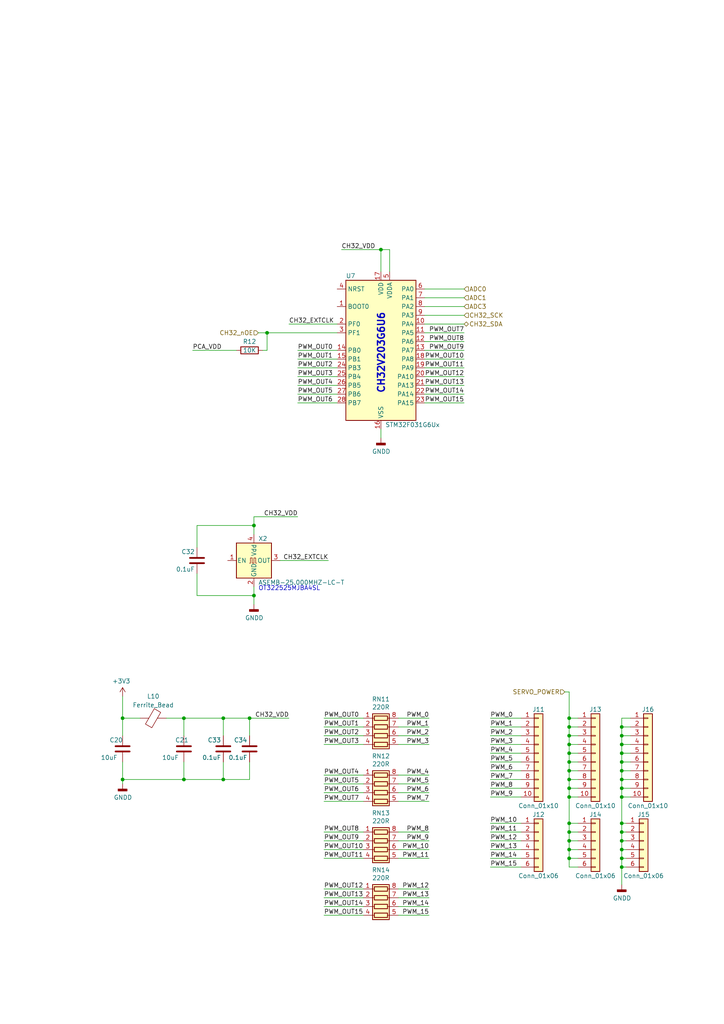
<source format=kicad_sch>
(kicad_sch (version 20230121) (generator eeschema)
  (paper "A4" portrait)
  (title_block (title "RasPi Zero NAV Hat") (date "2023-05-12") (rev "0.1") (company "chipiki.ru") (comment 1 "RasPi Zero NAV Hat") (comment 2 "Denis Tsekh"))
  (lib_symbols
    (symbol "Connector_Generic:Conn_01x06" (pin_names (offset 1.016) hide)
      (property "Reference" "J" (at 0 7.62 0))
      (property "Value" "Conn_01x06" (at 0 -10.16 0))
      (symbol "Conn_01x06_1_1"
        (rectangle (start -1.27 -7.493) (end 0 -7.747) (stroke (width 0.1524)))
        (rectangle (start -1.27 -4.953) (end 0 -5.207) (stroke (width 0.1524)))
        (rectangle (start -1.27 -2.413) (end 0 -2.667) (stroke (width 0.1524)))
        (rectangle (start -1.27 0.127) (end 0 -0.127) (stroke (width 0.1524)))
        (rectangle (start -1.27 2.667) (end 0 2.413) (stroke (width 0.1524)))
        (rectangle (start -1.27 5.207) (end 0 4.953) (stroke (width 0.1524)))
        (rectangle (start -1.27 6.35) (end 1.27 -8.89) (stroke (width 0.254)) (fill (type background)))
        (pin passive line (at -5.08 5.08 0) (length 3.81) (name "Pin_1") (number "1"))
        (pin passive line (at -5.08 2.54 0) (length 3.81) (name "Pin_2") (number "2"))
        (pin passive line (at -5.08 0 0) (length 3.81) (name "Pin_3") (number "3"))
        (pin passive line (at -5.08 -2.54 0) (length 3.81) (name "Pin_4") (number "4"))
        (pin passive line (at -5.08 -5.08 0) (length 3.81) (name "Pin_5") (number "5"))
        (pin passive line (at -5.08 -7.62 0) (length 3.81) (name "Pin_6") (number "6"))
      )
    )
    (symbol "Connector_Generic:Conn_01x10" (pin_names (offset 1.016) hide)
      (property "Reference" "J" (at 0 12.7 0))
      (property "Value" "Conn_01x10" (at 0 -15.24 0))
      (symbol "Conn_01x10_1_1"
        (rectangle (start -1.27 -12.573) (end 0 -12.827) (stroke (width 0.1524)))
        (rectangle (start -1.27 -10.033) (end 0 -10.287) (stroke (width 0.1524)))
        (rectangle (start -1.27 -7.493) (end 0 -7.747) (stroke (width 0.1524)))
        (rectangle (start -1.27 -4.953) (end 0 -5.207) (stroke (width 0.1524)))
        (rectangle (start -1.27 -2.413) (end 0 -2.667) (stroke (width 0.1524)))
        (rectangle (start -1.27 0.127) (end 0 -0.127) (stroke (width 0.1524)))
        (rectangle (start -1.27 2.667) (end 0 2.413) (stroke (width 0.1524)))
        (rectangle (start -1.27 5.207) (end 0 4.953) (stroke (width 0.1524)))
        (rectangle (start -1.27 7.747) (end 0 7.493) (stroke (width 0.1524)))
        (rectangle (start -1.27 10.287) (end 0 10.033) (stroke (width 0.1524)))
        (rectangle (start -1.27 11.43) (end 1.27 -13.97) (stroke (width 0.254)) (fill (type background)))
        (pin passive line (at -5.08 10.16 0) (length 3.81) (name "Pin_1") (number "1"))
        (pin passive line (at -5.08 -12.7 0) (length 3.81) (name "Pin_10") (number "10"))
        (pin passive line (at -5.08 7.62 0) (length 3.81) (name "Pin_2") (number "2"))
        (pin passive line (at -5.08 5.08 0) (length 3.81) (name "Pin_3") (number "3"))
        (pin passive line (at -5.08 2.54 0) (length 3.81) (name "Pin_4") (number "4"))
        (pin passive line (at -5.08 0 0) (length 3.81) (name "Pin_5") (number "5"))
        (pin passive line (at -5.08 -2.54 0) (length 3.81) (name "Pin_6") (number "6"))
        (pin passive line (at -5.08 -5.08 0) (length 3.81) (name "Pin_7") (number "7"))
        (pin passive line (at -5.08 -7.62 0) (length 3.81) (name "Pin_8") (number "8"))
        (pin passive line (at -5.08 -10.16 0) (length 3.81) (name "Pin_9") (number "9"))
      )
    )
    (symbol "Device:C" (pin_numbers hide) (pin_names (offset 0.254))
      (property "Reference" "C" (at 0.635 2.54 0))
      (property "Value" "C" (at 0.635 -2.54 0))
      (symbol "C_0_1"
        (polyline (pts (xy -2.032 -0.762) (xy 2.032 -0.762)) (stroke (width 0.508)))
        (polyline (pts (xy -2.032 0.762) (xy 2.032 0.762)) (stroke (width 0.508)))
      )
      (symbol "C_1_1"
        (pin passive line (at 0 3.81 270) (length 2.794) (name "~") (number "1"))
        (pin passive line (at 0 -3.81 90) (length 2.794) (name "~") (number "2"))
      )
    )
    (symbol "Device:FerriteBead" (pin_numbers hide) (pin_names (offset 0))
      (property "Reference" "FB" (at -3.81 0.635 90))
      (property "Value" "FerriteBead" (at 3.81 0 90))
      (symbol "FerriteBead_0_1"
        (polyline (pts (xy 0 -1.27) (xy 0 -1.2192)))
        (polyline (pts (xy 0 1.27) (xy 0 1.2954)))
        (polyline (pts (xy -2.7686 0.4064) (xy -1.7018 2.2606) (xy 2.7686 -0.3048) (xy 1.6764 -2.159) (xy -2.7686 0.4064)))
      )
      (symbol "FerriteBead_1_1"
        (pin passive line (at 0 3.81 270) (length 2.54) (name "~") (number "1"))
        (pin passive line (at 0 -3.81 90) (length 2.54) (name "~") (number "2"))
      )
    )
    (symbol "Device:R" (pin_numbers hide) (pin_names (offset 0))
      (property "Reference" "R" (at 2.032 0 90))
      (property "Value" "R" (at 0 0 90))
      (symbol "R_0_1"
        (rectangle (start -1.016 -2.54) (end 1.016 2.54) (stroke (width 0.254)))
      )
      (symbol "R_1_1"
        (pin passive line (at 0 3.81 270) (length 1.27) (name "~") (number "1"))
        (pin passive line (at 0 -3.81 90) (length 1.27) (name "~") (number "2"))
      )
    )
    (symbol "Device:R_Pack04" (pin_names (offset 0) hide)
      (property "Reference" "RN" (at -7.62 0 90))
      (property "Value" "R_Pack04" (at 5.08 0 90))
      (symbol "R_Pack04_0_1"
        (rectangle (start -6.35 -2.413) (end 3.81 2.413) (stroke (width 0.254)) (fill (type background)))
        (rectangle (start -5.715 1.905) (end -4.445 -1.905) (stroke (width 0.254)))
        (rectangle (start -3.175 1.905) (end -1.905 -1.905) (stroke (width 0.254)))
        (rectangle (start -0.635 1.905) (end 0.635 -1.905) (stroke (width 0.254)))
        (polyline (pts (xy -5.08 -2.54) (xy -5.08 -1.905)))
        (polyline (pts (xy -5.08 1.905) (xy -5.08 2.54)))
        (polyline (pts (xy -2.54 -2.54) (xy -2.54 -1.905)))
        (polyline (pts (xy -2.54 1.905) (xy -2.54 2.54)))
        (polyline (pts (xy 0 -2.54) (xy 0 -1.905)))
        (polyline (pts (xy 0 1.905) (xy 0 2.54)))
        (polyline (pts (xy 2.54 -2.54) (xy 2.54 -1.905)))
        (polyline (pts (xy 2.54 1.905) (xy 2.54 2.54)))
        (rectangle (start 1.905 1.905) (end 3.175 -1.905) (stroke (width 0.254)))
      )
      (symbol "R_Pack04_1_1"
        (pin passive line (at -5.08 -5.08 90) (length 2.54) (name "R1.1") (number "1"))
        (pin passive line (at -2.54 -5.08 90) (length 2.54) (name "R2.1") (number "2"))
        (pin passive line (at 0 -5.08 90) (length 2.54) (name "R3.1") (number "3"))
        (pin passive line (at 2.54 -5.08 90) (length 2.54) (name "R4.1") (number "4"))
        (pin passive line (at 2.54 5.08 270) (length 2.54) (name "R4.2") (number "5"))
        (pin passive line (at 0 5.08 270) (length 2.54) (name "R3.2") (number "6"))
        (pin passive line (at -2.54 5.08 270) (length 2.54) (name "R2.2") (number "7"))
        (pin passive line (at -5.08 5.08 270) (length 2.54) (name "R1.2") (number "8"))
      )
    )
    (symbol "MCU_ST_STM32F0:STM32F031G6Ux"
      (property "Reference" "U" (at -10.16 21.59 0))
      (property "Value" "STM32F031G6Ux" (at 5.08 21.59 0))
      (symbol "STM32F031G6Ux_0_1"
        (rectangle (start -10.16 -20.32) (end 10.16 20.32) (stroke (width 0.254)) (fill (type background)))
      )
      (symbol "STM32F031G6Ux_1_1"
        (pin input line (at -12.7 12.7 0) (length 2.54) (name "BOOT0") (number "1"))
        (pin bidirectional line (at 12.7 7.62 180) (length 2.54) (name "PA4") (number "10"))
        (pin bidirectional line (at 12.7 5.08 180) (length 2.54) (name "PA5") (number "11"))
        (pin bidirectional line (at 12.7 2.54 180) (length 2.54) (name "PA6") (number "12"))
        (pin bidirectional line (at 12.7 0 180) (length 2.54) (name "PA7") (number "13"))
        (pin bidirectional line (at -12.7 0 0) (length 2.54) (name "PB0") (number "14"))
        (pin bidirectional line (at -12.7 -2.54 0) (length 2.54) (name "PB1") (number "15"))
        (pin power_in line (at 0 -22.86 90) (length 2.54) (name "VSS") (number "16"))
        (pin power_in line (at 0 22.86 270) (length 2.54) (name "VDD") (number "17"))
        (pin bidirectional line (at 12.7 -2.54 180) (length 2.54) (name "PA8") (number "18"))
        (pin bidirectional line (at 12.7 -5.08 180) (length 2.54) (name "PA9") (number "19"))
        (pin bidirectional line (at -12.7 7.62 0) (length 2.54) (name "PF0") (number "2"))
        (pin bidirectional line (at 12.7 -7.62 180) (length 2.54) (name "PA10") (number "20"))
        (pin bidirectional line (at 12.7 -10.16 180) (length 2.54) (name "PA13") (number "21"))
        (pin bidirectional line (at 12.7 -12.7 180) (length 2.54) (name "PA14") (number "22"))
        (pin bidirectional line (at 12.7 -15.24 180) (length 2.54) (name "PA15") (number "23"))
        (pin bidirectional line (at -12.7 -5.08 0) (length 2.54) (name "PB3") (number "24"))
        (pin bidirectional line (at -12.7 -7.62 0) (length 2.54) (name "PB4") (number "25"))
        (pin bidirectional line (at -12.7 -10.16 0) (length 2.54) (name "PB5") (number "26"))
        (pin bidirectional line (at -12.7 -12.7 0) (length 2.54) (name "PB6") (number "27"))
        (pin bidirectional line (at -12.7 -15.24 0) (length 2.54) (name "PB7") (number "28"))
        (pin bidirectional line (at -12.7 5.08 0) (length 2.54) (name "PF1") (number "3"))
        (pin input line (at -12.7 17.78 0) (length 2.54) (name "NRST") (number "4"))
        (pin power_in line (at 2.54 22.86 270) (length 2.54) (name "VDDA") (number "5"))
        (pin bidirectional line (at 12.7 17.78 180) (length 2.54) (name "PA0") (number "6"))
        (pin bidirectional line (at 12.7 15.24 180) (length 2.54) (name "PA1") (number "7"))
        (pin bidirectional line (at 12.7 12.7 180) (length 2.54) (name "PA2") (number "8"))
        (pin bidirectional line (at 12.7 10.16 180) (length 2.54) (name "PA3") (number "9"))
      )
    )
    (symbol "Oscillator:ASE-xxxMHz" (pin_names (offset 0.254))
      (property "Reference" "X" (at -5.08 6.35 0))
      (property "Value" "ASE-xxxMHz" (at 1.27 -6.35 0))
      (symbol "ASE-xxxMHz_0_1"
        (rectangle (start -5.08 5.08) (end 5.08 -5.08) (stroke (width 0.254)) (fill (type background)))
        (polyline (pts (xy -1.27 -0.762) (xy -1.016 -0.762) (xy -1.016 0.762) (xy -0.508 0.762) (xy -0.508 -0.762) (xy 0 -0.762) (xy 0 0.762) (xy 0.508 0.762) (xy 0.508 -0.762) (xy 0.762 -0.762)))
      )
      (symbol "ASE-xxxMHz_1_1"
        (pin input line (at -7.62 0 0) (length 2.54) (name "EN") (number "1"))
        (pin power_in line (at 0 -7.62 90) (length 2.54) (name "GND") (number "2"))
        (pin output line (at 7.62 0 180) (length 2.54) (name "OUT") (number "3"))
        (pin power_in line (at 0 7.62 270) (length 2.54) (name "Vdd") (number "4"))
      )
    )
    (symbol "power:GNDD" (power) (pin_names (offset 0))
      (property "Value" "GNDD" (at 0 -3.175 0))
      (symbol "GNDD_0_1"
        (rectangle (start -1.27 -1.524) (end 1.27 -2.032) (stroke (width 0.254)) (fill (type outline)))
        (polyline (pts (xy 0 0) (xy 0 -1.524)))
      )
      (symbol "GNDD_1_1"
        (pin power_in line (at 0 0 270) (length 0) hide (name "GNDD") (number "1"))
      )
    )
    (symbol "rbpi-z-hat-rescue:+3.3V-power" (power) (pin_names (offset 0))
      (property "Value" "+3.3V-power" (at 0 3.556 0))
      (symbol "+3.3V-power_0_1"
        (polyline (pts (xy -0.762 1.27) (xy 0 2.54)))
        (polyline (pts (xy 0 0) (xy 0 2.54)))
        (polyline (pts (xy 0 2.54) (xy 0.762 1.27)))
      )
      (symbol "+3.3V-power_1_1"
        (pin power_in line (at 0 0 90) (length 0) hide (name "+3V3") (number "1"))
      )
    )
  )
  (junction (at 35.56 208.28))
  (junction (at 180.34 210.82))
  (junction (at 165.1 241.3))
  (junction (at 35.56 226.06))
  (junction (at 64.77 226.06))
  (junction (at 180.34 246.38))
  (junction (at 165.1 231.14))
  (junction (at 180.34 226.06))
  (junction (at 73.66 152.4))
  (junction (at 165.1 215.9))
  (junction (at 180.34 215.9))
  (junction (at 53.34 226.06))
  (junction (at 165.1 218.44))
  (junction (at 180.34 228.6))
  (junction (at 180.34 248.92))
  (junction (at 180.34 243.84))
  (junction (at 180.34 238.76))
  (junction (at 165.1 248.92))
  (junction (at 77.47 96.52))
  (junction (at 165.1 220.98))
  (junction (at 165.1 228.6))
  (junction (at 72.39 208.28))
  (junction (at 165.1 223.52))
  (junction (at 64.77 208.28))
  (junction (at 165.1 208.28))
  (junction (at 180.34 251.46))
  (junction (at 180.34 218.44))
  (junction (at 165.1 226.06))
  (junction (at 53.34 208.28))
  (junction (at 165.1 213.36))
  (junction (at 165.1 210.82))
  (junction (at 180.34 220.98))
  (junction (at 165.1 246.38))
  (junction (at 110.49 72.39))
  (junction (at 180.34 241.3))
  (junction (at 73.66 172.72))
  (junction (at 180.34 223.52))
  (junction (at 180.34 231.14))
  (junction (at 180.34 213.36))
  (junction (at 165.1 238.76))
  (junction (at 165.1 243.84))
  (wire (pts (xy 123.19 88.9) (xy 134.62 88.9)))
  (wire (pts (xy 57.15 152.4) (xy 73.66 152.4)))
  (wire (pts (xy 97.79 101.6) (xy 86.36 101.6)))
  (wire (pts (xy 123.19 106.68) (xy 134.62 106.68)))
  (wire (pts (xy 180.34 208.28) (xy 180.34 210.82)))
  (wire (pts (xy 97.79 116.84) (xy 86.36 116.84)))
  (wire (pts (xy 57.15 166.37) (xy 57.15 172.72)))
  (wire (pts (xy 167.64 228.6) (xy 165.1 228.6)))
  (wire (pts (xy 165.1 241.3) (xy 165.1 238.76)))
  (wire (pts (xy 180.34 243.84) (xy 180.34 246.38)))
  (wire (pts (xy 115.57 232.41) (xy 124.46 232.41)))
  (wire (pts (xy 97.79 104.14) (xy 86.36 104.14)))
  (wire (pts (xy 165.1 243.84) (xy 165.1 241.3)))
  (wire (pts (xy 180.34 246.38) (xy 180.34 248.92)))
  (wire (pts (xy 64.77 226.06) (xy 53.34 226.06)))
  (wire (pts (xy 182.88 215.9) (xy 180.34 215.9)))
  (wire (pts (xy 105.41 241.3) (xy 93.98 241.3)))
  (wire (pts (xy 77.47 101.6) (xy 77.47 96.52)))
  (wire (pts (xy 113.03 78.74) (xy 113.03 72.39)))
  (wire (pts (xy 167.64 238.76) (xy 165.1 238.76)))
  (wire (pts (xy 115.57 210.82) (xy 124.46 210.82)))
  (wire (pts (xy 151.13 248.92) (xy 142.24 248.92)))
  (wire (pts (xy 180.34 226.06) (xy 180.34 228.6)))
  (wire (pts (xy 48.26 208.28) (xy 53.34 208.28)))
  (wire (pts (xy 123.19 91.44) (xy 134.62 91.44)))
  (wire (pts (xy 105.41 229.87) (xy 93.98 229.87)))
  (wire (pts (xy 182.88 210.82) (xy 180.34 210.82)))
  (wire (pts (xy 167.64 210.82) (xy 165.1 210.82)))
  (wire (pts (xy 73.66 172.72) (xy 73.66 170.18)))
  (wire (pts (xy 97.79 109.22) (xy 86.36 109.22)))
  (wire (pts (xy 167.64 248.92) (xy 165.1 248.92)))
  (wire (pts (xy 53.34 226.06) (xy 53.34 220.98)))
  (wire (pts (xy 115.57 213.36) (xy 124.46 213.36)))
  (wire (pts (xy 167.64 243.84) (xy 165.1 243.84)))
  (wire (pts (xy 57.15 158.75) (xy 57.15 152.4)))
  (wire (pts (xy 182.88 226.06) (xy 180.34 226.06)))
  (wire (pts (xy 165.1 238.76) (xy 165.1 231.14)))
  (wire (pts (xy 180.34 215.9) (xy 180.34 218.44)))
  (wire (pts (xy 151.13 228.6) (xy 142.24 228.6)))
  (wire (pts (xy 115.57 246.38) (xy 124.46 246.38)))
  (wire (pts (xy 167.64 220.98) (xy 165.1 220.98)))
  (wire (pts (xy 151.13 226.06) (xy 142.24 226.06)))
  (wire (pts (xy 180.34 231.14) (xy 180.34 238.76)))
  (wire (pts (xy 81.28 162.56) (xy 95.25 162.56)))
  (wire (pts (xy 72.39 226.06) (xy 72.39 220.98)))
  (wire (pts (xy 105.41 232.41) (xy 93.98 232.41)))
  (wire (pts (xy 165.1 213.36) (xy 165.1 210.82)))
  (wire (pts (xy 113.03 72.39) (xy 110.49 72.39)))
  (wire (pts (xy 64.77 226.06) (xy 64.77 220.98)))
  (wire (pts (xy 105.41 224.79) (xy 93.98 224.79)))
  (wire (pts (xy 115.57 265.43) (xy 124.46 265.43)))
  (wire (pts (xy 123.19 114.3) (xy 134.62 114.3)))
  (wire (pts (xy 123.19 111.76) (xy 134.62 111.76)))
  (wire (pts (xy 182.88 208.28) (xy 180.34 208.28)))
  (wire (pts (xy 182.88 213.36) (xy 180.34 213.36)))
  (wire (pts (xy 105.41 213.36) (xy 93.98 213.36)))
  (wire (pts (xy 165.1 248.92) (xy 165.1 246.38)))
  (wire (pts (xy 115.57 241.3) (xy 124.46 241.3)))
  (wire (pts (xy 123.19 93.98) (xy 134.62 93.98)))
  (wire (pts (xy 181.61 246.38) (xy 180.34 246.38)))
  (wire (pts (xy 110.49 124.46) (xy 110.49 127)))
  (wire (pts (xy 181.61 241.3) (xy 180.34 241.3)))
  (wire (pts (xy 105.41 243.84) (xy 93.98 243.84)))
  (wire (pts (xy 115.57 215.9) (xy 124.46 215.9)))
  (wire (pts (xy 180.34 223.52) (xy 180.34 226.06)))
  (wire (pts (xy 151.13 238.76) (xy 142.24 238.76)))
  (wire (pts (xy 182.88 231.14) (xy 180.34 231.14)))
  (wire (pts (xy 180.34 238.76) (xy 181.61 238.76)))
  (wire (pts (xy 151.13 218.44) (xy 142.24 218.44)))
  (wire (pts (xy 167.64 215.9) (xy 165.1 215.9)))
  (wire (pts (xy 123.19 99.06) (xy 134.62 99.06)))
  (wire (pts (xy 55.88 101.6) (xy 68.58 101.6)))
  (wire (pts (xy 165.1 223.52) (xy 165.1 220.98)))
  (wire (pts (xy 123.19 86.36) (xy 134.62 86.36)))
  (wire (pts (xy 53.34 208.28) (xy 53.34 213.36)))
  (wire (pts (xy 115.57 248.92) (xy 124.46 248.92)))
  (wire (pts (xy 105.41 210.82) (xy 93.98 210.82)))
  (wire (pts (xy 115.57 257.81) (xy 124.46 257.81)))
  (wire (pts (xy 97.79 114.3) (xy 86.36 114.3)))
  (wire (pts (xy 180.34 251.46) (xy 180.34 256.54)))
  (wire (pts (xy 151.13 251.46) (xy 142.24 251.46)))
  (wire (pts (xy 151.13 210.82) (xy 142.24 210.82)))
  (wire (pts (xy 115.57 208.28) (xy 124.46 208.28)))
  (wire (pts (xy 181.61 251.46) (xy 180.34 251.46)))
  (wire (pts (xy 77.47 96.52) (xy 74.93 96.52)))
  (wire (pts (xy 115.57 229.87) (xy 124.46 229.87)))
  (wire (pts (xy 151.13 231.14) (xy 142.24 231.14)))
  (wire (pts (xy 105.41 248.92) (xy 93.98 248.92)))
  (wire (pts (xy 165.1 220.98) (xy 165.1 218.44)))
  (wire (pts (xy 123.19 116.84) (xy 134.62 116.84)))
  (wire (pts (xy 151.13 220.98) (xy 142.24 220.98)))
  (wire (pts (xy 105.41 215.9) (xy 93.98 215.9)))
  (wire (pts (xy 165.1 218.44) (xy 165.1 215.9)))
  (wire (pts (xy 165.1 251.46) (xy 165.1 248.92)))
  (wire (pts (xy 167.64 231.14) (xy 165.1 231.14)))
  (wire (pts (xy 180.34 218.44) (xy 180.34 220.98)))
  (wire (pts (xy 105.41 208.28) (xy 93.98 208.28)))
  (wire (pts (xy 151.13 208.28) (xy 142.24 208.28)))
  (wire (pts (xy 165.1 208.28) (xy 165.1 200.66)))
  (wire (pts (xy 77.47 101.6) (xy 76.2 101.6)))
  (wire (pts (xy 73.66 172.72) (xy 73.66 175.26)))
  (wire (pts (xy 165.1 200.66) (xy 163.83 200.66)))
  (wire (pts (xy 73.66 149.86) (xy 73.66 152.4)))
  (wire (pts (xy 123.19 101.6) (xy 134.62 101.6)))
  (wire (pts (xy 180.34 228.6) (xy 180.34 231.14)))
  (wire (pts (xy 64.77 226.06) (xy 72.39 226.06)))
  (wire (pts (xy 167.64 251.46) (xy 165.1 251.46)))
  (wire (pts (xy 182.88 228.6) (xy 180.34 228.6)))
  (wire (pts (xy 115.57 224.79) (xy 124.46 224.79)))
  (wire (pts (xy 167.64 246.38) (xy 165.1 246.38)))
  (wire (pts (xy 165.1 210.82) (xy 165.1 208.28)))
  (wire (pts (xy 180.34 248.92) (xy 180.34 251.46)))
  (wire (pts (xy 123.19 83.82) (xy 134.62 83.82)))
  (wire (pts (xy 167.64 213.36) (xy 165.1 213.36)))
  (wire (pts (xy 64.77 208.28) (xy 64.77 213.36)))
  (wire (pts (xy 35.56 220.98) (xy 35.56 226.06)))
  (wire (pts (xy 167.64 226.06) (xy 165.1 226.06)))
  (wire (pts (xy 77.47 96.52) (xy 97.79 96.52)))
  (wire (pts (xy 181.61 248.92) (xy 180.34 248.92)))
  (wire (pts (xy 165.1 215.9) (xy 165.1 213.36)))
  (wire (pts (xy 97.79 93.98) (xy 83.82 93.98)))
  (wire (pts (xy 97.79 111.76) (xy 86.36 111.76)))
  (wire (pts (xy 151.13 223.52) (xy 142.24 223.52)))
  (wire (pts (xy 180.34 241.3) (xy 180.34 243.84)))
  (wire (pts (xy 64.77 208.28) (xy 53.34 208.28)))
  (wire (pts (xy 151.13 241.3) (xy 142.24 241.3)))
  (wire (pts (xy 110.49 72.39) (xy 110.49 78.74)))
  (wire (pts (xy 167.64 208.28) (xy 165.1 208.28)))
  (wire (pts (xy 180.34 210.82) (xy 180.34 213.36)))
  (wire (pts (xy 57.15 172.72) (xy 73.66 172.72)))
  (wire (pts (xy 167.64 223.52) (xy 165.1 223.52)))
  (wire (pts (xy 105.41 262.89) (xy 93.98 262.89)))
  (wire (pts (xy 123.19 96.52) (xy 134.62 96.52)))
  (wire (pts (xy 151.13 246.38) (xy 142.24 246.38)))
  (wire (pts (xy 105.41 260.35) (xy 93.98 260.35)))
  (wire (pts (xy 72.39 208.28) (xy 64.77 208.28)))
  (wire (pts (xy 182.88 218.44) (xy 180.34 218.44)))
  (wire (pts (xy 182.88 223.52) (xy 180.34 223.52)))
  (wire (pts (xy 105.41 265.43) (xy 93.98 265.43)))
  (wire (pts (xy 180.34 220.98) (xy 180.34 223.52)))
  (wire (pts (xy 181.61 243.84) (xy 180.34 243.84)))
  (wire (pts (xy 115.57 262.89) (xy 124.46 262.89)))
  (wire (pts (xy 97.79 106.68) (xy 86.36 106.68)))
  (wire (pts (xy 165.1 246.38) (xy 165.1 243.84)))
  (wire (pts (xy 35.56 226.06) (xy 35.56 227.33)))
  (wire (pts (xy 180.34 238.76) (xy 180.34 241.3)))
  (wire (pts (xy 182.88 220.98) (xy 180.34 220.98)))
  (wire (pts (xy 151.13 243.84) (xy 142.24 243.84)))
  (wire (pts (xy 115.57 243.84) (xy 124.46 243.84)))
  (wire (pts (xy 72.39 208.28) (xy 83.82 208.28)))
  (wire (pts (xy 105.41 246.38) (xy 93.98 246.38)))
  (wire (pts (xy 72.39 208.28) (xy 72.39 213.36)))
  (wire (pts (xy 35.56 208.28) (xy 35.56 213.36)))
  (wire (pts (xy 165.1 226.06) (xy 165.1 223.52)))
  (wire (pts (xy 151.13 215.9) (xy 142.24 215.9)))
  (wire (pts (xy 165.1 231.14) (xy 165.1 228.6)))
  (wire (pts (xy 110.49 72.39) (xy 99.06 72.39)))
  (wire (pts (xy 123.19 104.14) (xy 134.62 104.14)))
  (wire (pts (xy 105.41 227.33) (xy 93.98 227.33)))
  (wire (pts (xy 53.34 226.06) (xy 35.56 226.06)))
  (wire (pts (xy 151.13 213.36) (xy 142.24 213.36)))
  (wire (pts (xy 167.64 218.44) (xy 165.1 218.44)))
  (wire (pts (xy 40.64 208.28) (xy 35.56 208.28)))
  (wire (pts (xy 105.41 257.81) (xy 93.98 257.81)))
  (wire (pts (xy 123.19 109.22) (xy 134.62 109.22)))
  (wire (pts (xy 167.64 241.3) (xy 165.1 241.3)))
  (wire (pts (xy 86.36 149.86) (xy 73.66 149.86)))
  (wire (pts (xy 35.56 201.93) (xy 35.56 208.28)))
  (wire (pts (xy 180.34 213.36) (xy 180.34 215.9)))
  (wire (pts (xy 115.57 227.33) (xy 124.46 227.33)))
  (wire (pts (xy 165.1 228.6) (xy 165.1 226.06)))
  (wire (pts (xy 73.66 152.4) (xy 73.66 154.94)))
  (wire (pts (xy 115.57 260.35) (xy 124.46 260.35)))
  (text "OT322525MJBA4SL" (at 74.93 171.45 0) (effects (font (size 1.27 1.27)) (justify left bottom)))
  (text "CH32V203G6U6" (at 111.76 114.3 90) (effects (font (size 2 2) (thickness 0.4) bold) (justify left bottom)))
  (label "PWM_3" (at 142.24 215.9 0))
  (label "PWM_8" (at 142.24 228.6 0))
  (label "CH32_EXTCLK" (at 95.25 162.56 180))
  (label "PWM_OUT2" (at 93.98 213.36 0))
  (label "PWM_5" (at 124.46 227.33 180))
  (label "PWM_10" (at 142.24 238.76 0))
  (label "PWM_14" (at 142.24 248.92 0))
  (label "PWM_OUT10" (at 93.98 246.38 0))
  (label "PWM_OUT1" (at 93.98 210.82 0))
  (label "PWM_OUT6" (at 86.36 116.84 0))
  (label "PWM_6" (at 124.46 229.87 180))
  (label "PWM_OUT4" (at 93.98 224.79 0))
  (label "PWM_13" (at 124.46 260.35 180))
  (label "PWM_1" (at 124.46 210.82 180))
  (label "CH32_EXTCLK" (at 83.82 93.98 0))
  (label "PWM_12" (at 142.24 243.84 0))
  (label "PWM_0" (at 142.24 208.28 0))
  (label "PWM_OUT0" (at 93.98 208.28 0))
  (label "PWM_OUT13" (at 93.98 260.35 0))
  (label "PWM_11" (at 124.46 248.92 180))
  (label "PWM_OUT15" (at 134.62 116.84 180))
  (label "PWM_OUT1" (at 86.36 104.14 0))
  (label "PWM_OUT11" (at 93.98 248.92 0))
  (label "PWM_OUT5" (at 86.36 114.3 0))
  (label "PWM_15" (at 124.46 265.43 180))
  (label "PWM_1" (at 142.24 210.82 0))
  (label "CH32_VDD" (at 99.06 72.39 0))
  (label "PWM_9" (at 124.46 243.84 180))
  (label "PWM_8" (at 124.46 241.3 180))
  (label "PWM_OUT9" (at 134.62 101.6 180))
  (label "PWM_15" (at 142.24 251.46 0))
  (label "PWM_4" (at 142.24 218.44 0))
  (label "PWM_OUT14" (at 93.98 262.89 0))
  (label "PWM_OUT7" (at 93.98 232.41 0))
  (label "PWM_3" (at 124.46 215.9 180))
  (label "PWM_OUT0" (at 86.36 101.6 0))
  (label "PWM_4" (at 124.46 224.79 180))
  (label "PWM_OUT13" (at 134.62 111.76 180))
  (label "PCA_VDD" (at 55.88 101.6 0))
  (label "PWM_OUT3" (at 93.98 215.9 0))
  (label "CH32_VDD" (at 83.82 208.28 180))
  (label "PWM_10" (at 124.46 246.38 180))
  (label "PWM_OUT12" (at 93.98 257.81 0))
  (label "PWM_OUT4" (at 86.36 111.76 0))
  (label "PWM_OUT12" (at 134.62 109.22 180))
  (label "PWM_OUT9" (at 93.98 243.84 0))
  (label "PWM_OUT11" (at 134.62 106.68 180))
  (label "PWM_5" (at 142.24 220.98 0))
  (label "PWM_6" (at 142.24 223.52 0))
  (label "PWM_7" (at 142.24 226.06 0))
  (label "PWM_7" (at 124.46 232.41 180))
  (label "PWM_OUT7" (at 134.62 96.52 180))
  (label "CH32_VDD" (at 86.36 149.86 180))
  (label "PWM_OUT6" (at 93.98 229.87 0))
  (label "PWM_OUT14" (at 134.62 114.3 180))
  (label "PWM_9" (at 142.24 231.14 0))
  (label "PWM_OUT5" (at 93.98 227.33 0))
  (label "PWM_2" (at 142.24 213.36 0))
  (label "PWM_11" (at 142.24 241.3 0))
  (label "PWM_OUT10" (at 134.62 104.14 180))
  (label "PWM_OUT8" (at 93.98 241.3 0))
  (label "PWM_OUT8" (at 134.62 99.06 180))
  (label "PWM_OUT2" (at 86.36 106.68 0))
  (label "PWM_2" (at 124.46 213.36 180))
  (label "PWM_0" (at 124.46 208.28 180))
  (label "PWM_14" (at 124.46 262.89 180))
  (label "PWM_OUT15" (at 93.98 265.43 0))
  (label "PWM_13" (at 142.24 246.38 0))
  (label "PWM_OUT3" (at 86.36 109.22 0))
  (label "PWM_12" (at 124.46 257.81 180))
  (hierarchical_label "CH32_SDA" (shape bidirectional) (at 134.62 93.98 0))
  (hierarchical_label "SERVO_POWER" (shape input) (at 163.83 200.66 180))
  (hierarchical_label "CH32_nOE" (shape input) (at 74.93 96.52 180))
  (hierarchical_label "ADC1" (shape input) (at 134.62 86.36 0))
  (hierarchical_label "ADC0" (shape input) (at 134.62 83.82 0))
  (hierarchical_label "ADC3" (shape input) (at 134.62 88.9 0))
  (hierarchical_label "CH32_SCK" (shape input) (at 134.62 91.44 0))
  (symbol (lib_id "Connector_Generic:Conn_01x10") (at 156.21 218.44 0) (unit 1)
    (property "Reference" "J11" (at 156.21 205.74 0))
    (property "Value" "Conn_01x10" (at 156.21 233.68 0))
    (property "Footprint" "Connector_PinHeader_2.54mm:PinHeader_1x10_P2.54mm_Vertical" (effects hide))
  )
  (symbol (lib_id "power:GNDD") (at 73.66 175.26 0) (unit 1)
    (property "Reference" "#PWR03" (effects hide))
    (property "Value" "GNDD" (at 73.7616 179.197 0))
  )
  (symbol (lib_id "Device:C") (at 53.34 217.17 0) (unit 1)
    (property "Reference" "C21" (at 50.8 214.63 0) (effects (justify left)))
    (property "Value" "10uF" (at 46.99 219.71 0) (effects (justify left)))
    (property "Footprint" "Capacitor_SMD:C_0805_2012Metric" (effects hide))
  )
  (symbol (lib_id "Device:R_Pack04") (at 110.49 262.89 270) (unit 1)
    (property "Reference" "RN14" (at 110.49 252.2982 90))
    (property "Value" "220R" (at 110.49 254.6096 90))
    (property "Footprint" "Resistor_SMD:R_Array_Concave_4x0603" (effects hide))
  )
  (symbol (lib_id "MCU_ST_STM32F0:STM32F031G6Ux") (at 110.49 101.6 0) (unit 1)
    (property "Reference" "U7" (at 100.33 80.01 0) (effects (justify left)))
    (property "Value" "STM32F031G6Ux" (at 111.76 123.19 0) (effects (justify left)))
    (property "Footprint" "Package_DFN_QFN:QFN-28-1EP_4x4mm_P0.4mm_EP2.6x2.6mm_ThermalVias" (effects hide))
    (property "Datasheet" "https://www.st.com/resource/en/datasheet/stm32f031g6.pdf" (effects hide))
  )
  (symbol (lib_id "Device:C") (at 35.56 217.17 0) (unit 1)
    (property "Reference" "C20" (at 31.75 214.63 0) (effects (justify left)))
    (property "Value" "10uF" (at 29.21 219.71 0) (effects (justify left)))
    (property "Footprint" "Capacitor_SMD:C_0805_2012Metric" (effects hide))
  )
  (symbol (lib_id "Device:R_Pack04") (at 110.49 213.36 270) (unit 1)
    (property "Reference" "RN11" (at 110.49 202.7682 90))
    (property "Value" "220R" (at 110.49 205.0796 90))
    (property "Footprint" "Resistor_SMD:R_Array_Concave_4x0603" (effects hide))
  )
  (symbol (lib_id "Device:R_Pack04") (at 110.49 246.38 270) (unit 1)
    (property "Reference" "RN13" (at 110.49 235.7882 90))
    (property "Value" "220R" (at 110.49 238.0996 90))
    (property "Footprint" "Resistor_SMD:R_Array_Concave_4x0603" (effects hide))
  )
  (symbol (lib_id "Connector_Generic:Conn_01x06") (at 156.21 243.84 0) (unit 1)
    (property "Reference" "J12" (at 156.21 236.22 0))
    (property "Value" "Conn_01x06" (at 156.21 254 0))
    (property "Footprint" "Connector_PinHeader_2.54mm:PinHeader_1x06_P2.54mm_Vertical" (effects hide))
  )
  (symbol (lib_id "Oscillator:ASE-xxxMHz") (at 73.66 162.56 0) (unit 1)
    (property "Reference" "X2" (at 74.93 156.21 0) (effects (justify left)))
    (property "Value" "ASEMB-25.000MHZ-LC-T" (at 74.93 168.91 0) (effects (justify left)))
    (property "Footprint" "Oscillator:Oscillator_SMD_Abracon_ASE-4Pin_3.2x2.5mm" (effects hide))
    (property "Datasheet" "http://www.abracon.com/Oscillators/ASV.pdf" (effects hide))
  )
  (symbol (lib_id "Device:C") (at 64.77 217.17 0) (mirror y) (unit 1)
    (property "Reference" "C33" (at 64.135 214.63 0) (effects (justify left)))
    (property "Value" "0.1uF" (at 64.135 219.71 0) (effects (justify left)))
    (property "Footprint" "Capacitor_SMD:C_0603_1608Metric" (effects hide))
  )
  (symbol (lib_id "Device:C") (at 72.39 217.17 0) (mirror y) (unit 1)
    (property "Reference" "C34" (at 71.755 214.63 0) (effects (justify left)))
    (property "Value" "0.1uF" (at 71.755 219.71 0) (effects (justify left)))
    (property "Footprint" "Capacitor_SMD:C_0603_1608Metric" (effects hide))
  )
  (symbol (lib_id "power:GNDD") (at 35.56 227.33 0) (unit 1)
    (property "Reference" "#PWR02" (effects hide))
    (property "Value" "GNDD" (at 35.6616 231.267 0))
  )
  (symbol (lib_id "power:GNDD") (at 110.49 127 0) (unit 1)
    (property "Reference" "#PWR04" (effects hide))
    (property "Value" "GNDD" (at 110.5916 130.937 0))
  )
  (symbol (lib_id "power:GNDD") (at 180.34 256.54 0) (unit 1)
    (property "Reference" "#PWR05" (effects hide))
    (property "Value" "GNDD" (at 180.4416 260.477 0))
  )
  (symbol (lib_id "Device:R") (at 72.39 101.6 90) (unit 1)
    (property "Reference" "R12" (at 72.39 99.06 90))
    (property "Value" "10K" (at 72.39 101.6 90))
    (property "Footprint" "Resistor_SMD:R_0603_1608Metric" (effects hide))
  )
  (symbol (lib_id "Connector_Generic:Conn_01x06") (at 186.69 243.84 0) (unit 1)
    (property "Reference" "J15" (at 186.69 236.22 0))
    (property "Value" "Conn_01x06" (at 186.69 254 0))
    (property "Footprint" "Connector_PinHeader_2.54mm:PinHeader_1x06_P2.54mm_Vertical" (effects hide))
  )
  (symbol (lib_id "rbpi-z-hat-rescue:+3.3V-power") (at 35.56 201.93 0) (mirror y) (unit 1)
    (property "Reference" "#PWR01" (effects hide))
    (property "Value" "+3.3V" (at 35.179 197.5358 0))
  )
  (symbol (lib_id "Connector_Generic:Conn_01x10") (at 172.72 218.44 0) (unit 1)
    (property "Reference" "J13" (at 172.72 205.74 0))
    (property "Value" "Conn_01x10" (at 172.72 233.68 0))
    (property "Footprint" "Connector_PinHeader_2.54mm:PinHeader_1x10_P2.54mm_Vertical" (effects hide))
  )
  (symbol (lib_id "Device:FerriteBead") (at 44.45 208.28 90) (unit 1)
    (property "Reference" "L10" (at 44.45 201.93 90))
    (property "Value" "Ferrite_Bead" (at 44.45 204.47 90))
    (property "Footprint" "Inductor_SMD:L_0805_2012Metric" (effects hide))
  )
  (symbol (lib_id "Device:R_Pack04") (at 110.49 229.87 270) (unit 1)
    (property "Reference" "RN12" (at 110.49 219.2782 90))
    (property "Value" "220R" (at 110.49 221.5896 90))
    (property "Footprint" "Resistor_SMD:R_Array_Concave_4x0603" (effects hide))
  )
  (symbol (lib_id "Device:C") (at 57.15 162.56 0) (mirror y) (unit 1)
    (property "Reference" "C32" (at 56.515 160.02 0) (effects (justify left)))
    (property "Value" "0.1uF" (at 56.515 165.1 0) (effects (justify left)))
    (property "Footprint" "Capacitor_SMD:C_0603_1608Metric" (effects hide))
  )
  (symbol (lib_id "Connector_Generic:Conn_01x06") (at 172.72 243.84 0) (unit 1)
    (property "Reference" "J14" (at 172.72 236.22 0))
    (property "Value" "Conn_01x06" (at 172.72 254 0))
    (property "Footprint" "Connector_PinHeader_2.54mm:PinHeader_1x06_P2.54mm_Vertical" (effects hide))
  )
  (symbol (lib_id "Connector_Generic:Conn_01x10") (at 187.96 218.44 0) (unit 1)
    (property "Reference" "J16" (at 187.96 205.74 0))
    (property "Value" "Conn_01x10" (at 187.96 233.68 0))
    (property "Footprint" "Connector_PinHeader_2.54mm:PinHeader_1x10_P2.54mm_Vertical" (effects hide))
  )
)
</source>
